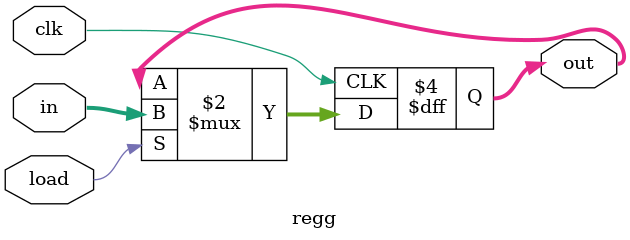
<source format=v>
module regg(in,out,clk,load);
input load;
input clk;
input [15:0] in;
output reg [15:0] out;

always@(posedge clk) begin
  if(load) begin
    out <= in;
  end
end

endmodule
</source>
